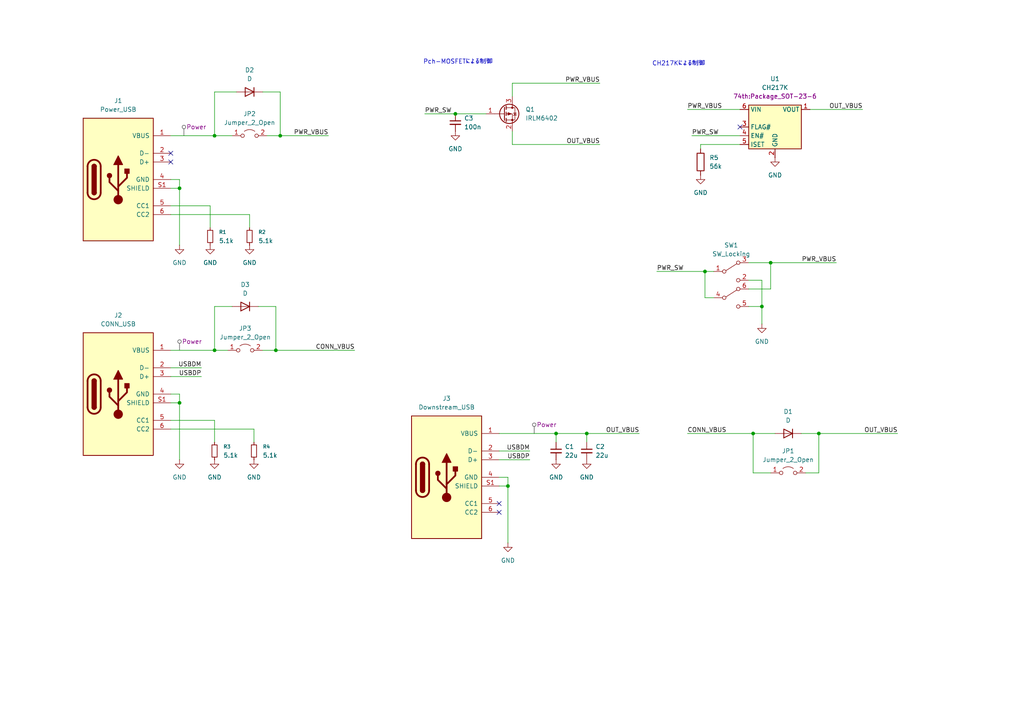
<source format=kicad_sch>
(kicad_sch (version 20250114) (generator "eeschema") (generator_version "9.0")
  (paper "A4")
  (lib_symbols
    (symbol "74th_Interface:Jumper_2" (pin_names (offset 0) (hide yes))
      (property "Reference" "JP" (at 0 2.794 0))
      (property "Value" "Jumper_2_Open" (at 0 -2.286 0))
      (symbol "Jumper_2_0_0"
        (circle (center -2.032 0) (radius 0.508))
        (circle (center 2.032 0) (radius 0.508))
      )
      (symbol "Jumper_2_0_1"
        (arc (start -1.524 1.27) (mid 0 1.778) (end 1.524 1.27))
      )
      (symbol "Jumper_2_1_1"
        (pin passive line (at -5.08 0 0) (length 2.54) (name "A") (number "1"))
        (pin passive line (at 5.08 0 180) (length 2.54) (name "B") (number "2"))
      )
    )
    (symbol "74th_Interface:SW_Locking" (pin_names (offset 0) (hide yes))
      (property "Reference" "SW" (at 0 8.89 0))
      (property "Value" "SW_Locking" (at 0 -8.89 0))
      (symbol "SW_Locking_0_0"
        (circle (center -2.032 3.81) (radius 0.508))
        (circle (center -2.032 -3.81) (radius 0.508))
        (circle (center 2.032 1.27) (radius 0.508))
        (circle (center 2.032 -6.35) (radius 0.508))
      )
      (symbol "SW_Locking_0_1"
        (polyline (pts (xy -1.524 4.064) (xy 1.651 6.096)))
        (polyline (pts (xy -1.524 -3.556) (xy 1.651 -1.524)))
        (circle (center 2.032 6.35) (radius 0.508))
        (circle (center 2.032 -1.27) (radius 0.508))
      )
      (symbol "SW_Locking_1_1"
        (pin passive line (at -5.08 3.81 0) (length 2.54) (name "B") (number "1"))
        (pin passive line (at -5.08 -3.81 0) (length 2.54) (name "E") (number "4"))
        (pin passive line (at 5.08 6.35 180) (length 2.54) (name "A") (number "3"))
        (pin passive line (at 5.08 1.27 180) (length 2.54) (name "C") (number "2"))
        (pin passive line (at 5.08 -1.27 180) (length 2.54) (name "D") (number "6"))
        (pin passive line (at 5.08 -6.35 180) (length 2.54) (name "F") (number "5"))
      )
    )
    (symbol "74th_Interface:USB_TypeC-2.0_Receptacle_Simple" (pin_names (offset 1.016))
      (property "Reference" "J" (at -10.16 19.05 0))
      (property "Value" "USB2.0-C_SMT" (at 15.24 19.05 0))
      (symbol "USB_TypeC-2.0_Receptacle_Simple_0_1"
        (rectangle (start -10.16 17.78) (end 10.16 -17.78) (stroke (width 0.254)) (fill (type background)))
        (polyline (pts (xy -8.89 -3.81) (xy -8.89 3.81)) (stroke (width 0.508)))
        (rectangle (start -7.62 -3.81) (end -6.35 3.81) (stroke (width 0.254)) (fill (type outline)))
        (arc (start -7.62 3.81) (mid -6.985 4.4423) (end -6.35 3.81) (stroke (width 0.254)))
        (arc (start -7.62 3.81) (mid -6.985 4.4423) (end -6.35 3.81) (stroke (width 0.254)) (fill (type outline)))
        (arc (start -8.89 3.81) (mid -6.985 5.7067) (end -5.08 3.81) (stroke (width 0.508)))
        (arc (start -5.08 -3.81) (mid -6.985 -5.7067) (end -8.89 -3.81) (stroke (width 0.508)))
        (arc (start -6.35 -3.81) (mid -6.985 -4.4423) (end -7.62 -3.81) (stroke (width 0.254)))
        (arc (start -6.35 -3.81) (mid -6.985 -4.4423) (end -7.62 -3.81) (stroke (width 0.254)) (fill (type outline)))
        (polyline (pts (xy -5.08 3.81) (xy -5.08 -3.81)) (stroke (width 0.508)))
        (circle (center -2.54 1.143) (radius 0.635) (stroke (width 0.254)) (fill (type outline)))
        (polyline (pts (xy -1.27 4.318) (xy 0 6.858) (xy 1.27 4.318) (xy -1.27 4.318)) (stroke (width 0.254)) (fill (type outline)))
        (polyline (pts (xy 0 -2.032) (xy 2.54 0.508) (xy 2.54 1.778)) (stroke (width 0.508)))
        (polyline (pts (xy 0 -3.302) (xy -2.54 -0.762) (xy -2.54 0.508)) (stroke (width 0.508)))
        (polyline (pts (xy 0 -5.842) (xy 0 4.318)) (stroke (width 0.508)))
        (circle (center 0 -5.842) (radius 1.27) (fill (type outline)))
        (rectangle (start 1.905 1.778) (end 3.175 3.048) (stroke (width 0.254)) (fill (type outline)))
      )
      (symbol "USB_TypeC-2.0_Receptacle_Simple_1_1"
        (pin power_out line (at 15.24 12.7 180) (length 5.08) (name "VBUS") (number "1"))
        (pin bidirectional line (at 15.24 7.62 180) (length 5.08) (name "D-") (number "2"))
        (pin bidirectional line (at 15.24 5.08 180) (length 5.08) (name "D+") (number "3"))
        (pin power_out line (at 15.24 0 180) (length 5.08) (name "GND") (number "4"))
        (pin passive line (at 15.24 -2.54 180) (length 5.08) (name "SHIELD") (number "S1"))
        (pin input line (at 15.24 -7.62 180) (length 5.08) (name "CC1") (number "5"))
        (pin input line (at 15.24 -10.16 180) (length 5.08) (name "CC2") (number "6"))
      )
    )
    (symbol "74th_Passive:CH217K_USB-Power-Limit-Switch"
      (property "Reference" "U" (at -6.35 5.08 0))
      (property "Value" "CH217K" (at 3.81 5.08 0))
      (property "Footprint" "74th:Package_SOT-23-6" (at 17.78 -10.16 0))
      (symbol "CH217K_USB-Power-Limit-Switch_1_1"
        (rectangle (start -7.62 3.81) (end 7.62 -8.89) (stroke (width 0.254)) (fill (type background)))
        (pin power_in line (at -10.16 2.54 0) (length 2.54) (name "VIN") (number "6"))
        (pin input line (at -10.16 -2.54 0) (length 2.54) (name "FLAG#") (number "3"))
        (pin input line (at -10.16 -5.08 0) (length 2.54) (name "EN#") (number "4"))
        (pin input line (at -10.16 -7.62 0) (length 2.54) (name "ISET") (number "5"))
        (pin power_in line (at 0 -11.43 90) (length 2.54) (name "GND") (number "2"))
        (pin power_out line (at 10.16 2.54 180) (length 2.54) (name "VOUT") (number "1"))
      )
    )
    (symbol "74th_Passive:IRLM6402_Pch-MOSFET" (pin_names (hide yes))
      (property "Reference" "Q" (at 5.08 1.905 0))
      (property "Value" "IRLM6402" (at 5.08 0 0))
      (symbol "IRLM6402_Pch-MOSFET_0_1"
        (polyline (pts (xy 0.254 1.905) (xy 0.254 -1.905)) (stroke (width 0.254)))
        (polyline (pts (xy 0.254 0) (xy -2.54 0)))
        (polyline (pts (xy 0.762 2.286) (xy 0.762 1.27)) (stroke (width 0.254)))
        (polyline (pts (xy 0.762 1.778) (xy 3.302 1.778) (xy 3.302 -1.778) (xy 0.762 -1.778)))
        (polyline (pts (xy 0.762 0.508) (xy 0.762 -0.508)) (stroke (width 0.254)))
        (polyline (pts (xy 0.762 -1.27) (xy 0.762 -2.286)) (stroke (width 0.254)))
        (circle (center 1.651 0) (radius 2.794) (stroke (width 0.254)))
        (polyline (pts (xy 2.286 0) (xy 1.27 0.381) (xy 1.27 -0.381) (xy 2.286 0)) (fill (type outline)))
        (polyline (pts (xy 2.54 2.54) (xy 2.54 1.778)))
        (circle (center 2.54 1.778) (radius 0.254) (fill (type outline)))
        (circle (center 2.54 -1.778) (radius 0.254) (fill (type outline)))
        (polyline (pts (xy 2.54 -2.54) (xy 2.54 0) (xy 0.762 0)))
        (polyline (pts (xy 2.794 -0.508) (xy 2.921 -0.381) (xy 3.683 -0.381) (xy 3.81 -0.254)))
        (polyline (pts (xy 3.302 -0.381) (xy 2.921 0.254) (xy 3.683 0.254) (xy 3.302 -0.381)))
      )
      (symbol "IRLM6402_Pch-MOSFET_1_1"
        (pin input line (at -5.08 0 0) (length 2.54) (name "G") (number "1"))
        (pin passive line (at 2.54 5.08 270) (length 2.54) (name "D") (number "3"))
        (pin passive line (at 2.54 -5.08 90) (length 2.54) (name "S") (number "2"))
      )
    )
    (symbol "Device:C_Small" (pin_numbers (hide yes)) (pin_names (offset 0.254) (hide yes))
      (property "Reference" "C" (at 0.254 1.778 0))
      (property "Value" "C_Small" (at 0.254 -2.032 0))
      (symbol "C_Small_0_1"
        (polyline (pts (xy -1.524 0.508) (xy 1.524 0.508)) (stroke (width 0.3048)))
        (polyline (pts (xy -1.524 -0.508) (xy 1.524 -0.508)) (stroke (width 0.3302)))
      )
      (symbol "C_Small_1_1"
        (pin passive line (at 0 2.54 270) (length 2.032) (name "~") (number "1"))
        (pin passive line (at 0 -2.54 90) (length 2.032) (name "~") (number "2"))
      )
    )
    (symbol "Device:D" (pin_numbers (hide yes)) (pin_names (offset 1.016) (hide yes))
      (property "Reference" "D" (at 0 2.54 0))
      (property "Value" "D" (at 0 -2.54 0))
      (symbol "D_0_1"
        (polyline (pts (xy -1.27 1.27) (xy -1.27 -1.27)) (stroke (width 0.254)))
        (polyline (pts (xy 1.27 1.27) (xy 1.27 -1.27) (xy -1.27 0) (xy 1.27 1.27)) (stroke (width 0.254)))
        (polyline (pts (xy 1.27 0) (xy -1.27 0)))
      )
      (symbol "D_1_1"
        (pin passive line (at -3.81 0 0) (length 2.54) (name "K") (number "1"))
        (pin passive line (at 3.81 0 180) (length 2.54) (name "A") (number "2"))
      )
    )
    (symbol "Device:R" (pin_numbers (hide yes)) (pin_names (offset 0))
      (property "Reference" "R" (at 2.032 0 90))
      (property "Value" "R" (at 0 0 90))
      (symbol "R_0_1"
        (rectangle (start -1.016 -2.54) (end 1.016 2.54) (stroke (width 0.254)))
      )
      (symbol "R_1_1"
        (pin passive line (at 0 3.81 270) (length 1.27) (name "~") (number "1"))
        (pin passive line (at 0 -3.81 90) (length 1.27) (name "~") (number "2"))
      )
    )
    (symbol "Device:R_Small" (pin_numbers (hide yes)) (pin_names (offset 0.254) (hide yes))
      (property "Reference" "R" (at 0 0 90))
      (property "Value" "R_Small" (at 1.778 0 90))
      (symbol "R_Small_0_1"
        (rectangle (start -0.762 1.778) (end 0.762 -1.778) (stroke (width 0.2032)))
      )
      (symbol "R_Small_1_1"
        (pin passive line (at 0 2.54 270) (length 0.762) (name "~") (number "1"))
        (pin passive line (at 0 -2.54 90) (length 0.762) (name "~") (number "2"))
      )
    )
    (symbol "power:GND" (power) (pin_numbers (hide yes)) (pin_names (offset 0) (hide yes))
      (property "Value" "GND" (at 0 -3.81 0))
      (symbol "GND_0_1"
        (polyline (pts (xy 0 0) (xy 0 -1.27) (xy 1.27 -1.27) (xy 0 -2.54) (xy -1.27 -1.27) (xy 0 -1.27)))
      )
      (symbol "GND_1_1"
        (pin power_in line (at 0 0 270) (length 0) (name "~") (number "1"))
      )
    )
  )
  (text "CH217Kによる制御" (at 196.85 18.542 0) (effects (font (size 1.27 1.27))))
  (text "Pch-MOSFETによる制御" (at 132.842 18.034 0) (effects (font (size 1.27 1.27))))
  (junction (at 52.07 54.61))
  (junction (at 132.08 33.02))
  (junction (at 204.47 78.74))
  (junction (at 220.98 88.9))
  (junction (at 80.01 101.6))
  (junction (at 223.52 76.2))
  (junction (at 62.23 39.37))
  (junction (at 52.07 116.84))
  (junction (at 218.44 125.73))
  (junction (at 161.29 125.73))
  (junction (at 170.18 125.73))
  (junction (at 147.32 140.97))
  (junction (at 62.23 101.6))
  (junction (at 81.28 39.37))
  (junction (at 237.49 125.73))
  (no_connect (at 49.53 44.45))
  (no_connect (at 214.63 36.83))
  (no_connect (at 144.78 146.05))
  (no_connect (at 49.53 46.99))
  (no_connect (at 144.78 148.59))
  (wire (pts (xy 161.29 125.73) (xy 170.18 125.73)))
  (wire (pts (xy 223.52 76.2) (xy 242.57 76.2)))
  (wire (pts (xy 67.31 88.9) (xy 62.23 88.9)))
  (wire (pts (xy 233.68 137.16) (xy 237.49 137.16)))
  (wire (pts (xy 132.08 33.02) (xy 140.97 33.02)))
  (wire (pts (xy 147.32 140.97) (xy 147.32 138.43)))
  (wire (pts (xy 204.47 86.36) (xy 204.47 78.74)))
  (wire (pts (xy 49.53 121.92) (xy 62.23 121.92)))
  (wire (pts (xy 214.63 41.91) (xy 203.2 41.91)))
  (wire (pts (xy 223.52 137.16) (xy 218.44 137.16)))
  (wire (pts (xy 52.07 52.07) (xy 49.53 52.07)))
  (wire (pts (xy 52.07 116.84) (xy 52.07 114.3)))
  (wire (pts (xy 76.2 101.6) (xy 80.01 101.6)))
  (wire (pts (xy 52.07 54.61) (xy 52.07 52.07)))
  (wire (pts (xy 170.18 125.73) (xy 185.42 125.73)))
  (wire (pts (xy 207.01 86.36) (xy 204.47 86.36)))
  (wire (pts (xy 123.19 33.02) (xy 132.08 33.02)))
  (wire (pts (xy 80.01 101.6) (xy 102.87 101.6)))
  (wire (pts (xy 232.41 125.73) (xy 237.49 125.73)))
  (wire (pts (xy 217.17 88.9) (xy 220.98 88.9)))
  (wire (pts (xy 220.98 88.9) (xy 220.98 93.98)))
  (wire (pts (xy 148.59 24.13) (xy 148.59 27.94)))
  (wire (pts (xy 148.59 41.91) (xy 148.59 38.1)))
  (wire (pts (xy 62.23 88.9) (xy 62.23 101.6)))
  (wire (pts (xy 200.66 39.37) (xy 214.63 39.37)))
  (wire (pts (xy 147.32 157.48) (xy 147.32 140.97)))
  (wire (pts (xy 62.23 39.37) (xy 67.31 39.37)))
  (wire (pts (xy 74.93 88.9) (xy 80.01 88.9)))
  (wire (pts (xy 144.78 125.73) (xy 161.29 125.73)))
  (wire (pts (xy 218.44 125.73) (xy 199.39 125.73)))
  (wire (pts (xy 217.17 81.28) (xy 220.98 81.28)))
  (wire (pts (xy 199.39 31.75) (xy 214.63 31.75)))
  (wire (pts (xy 237.49 137.16) (xy 237.49 125.73)))
  (wire (pts (xy 49.53 116.84) (xy 52.07 116.84)))
  (wire (pts (xy 52.07 71.12) (xy 52.07 54.61)))
  (wire (pts (xy 52.07 114.3) (xy 49.53 114.3)))
  (wire (pts (xy 73.66 124.46) (xy 73.66 128.27)))
  (wire (pts (xy 207.01 78.74) (xy 204.47 78.74)))
  (wire (pts (xy 161.29 125.73) (xy 161.29 128.27)))
  (wire (pts (xy 148.59 41.91) (xy 173.99 41.91)))
  (wire (pts (xy 224.79 125.73) (xy 218.44 125.73)))
  (wire (pts (xy 81.28 39.37) (xy 95.25 39.37)))
  (wire (pts (xy 49.53 109.22) (xy 58.42 109.22)))
  (wire (pts (xy 81.28 26.67) (xy 81.28 39.37)))
  (wire (pts (xy 203.2 41.91) (xy 203.2 43.18)))
  (wire (pts (xy 237.49 125.73) (xy 260.35 125.73)))
  (wire (pts (xy 144.78 130.81) (xy 153.67 130.81)))
  (wire (pts (xy 49.53 54.61) (xy 52.07 54.61)))
  (wire (pts (xy 62.23 121.92) (xy 62.23 128.27)))
  (wire (pts (xy 220.98 81.28) (xy 220.98 88.9)))
  (wire (pts (xy 49.53 106.68) (xy 58.42 106.68)))
  (wire (pts (xy 52.07 133.35) (xy 52.07 116.84)))
  (wire (pts (xy 170.18 125.73) (xy 170.18 128.27)))
  (wire (pts (xy 217.17 76.2) (xy 223.52 76.2)))
  (wire (pts (xy 68.58 26.67) (xy 62.23 26.67)))
  (wire (pts (xy 148.59 24.13) (xy 173.99 24.13)))
  (wire (pts (xy 62.23 39.37) (xy 49.53 39.37)))
  (wire (pts (xy 190.5 78.74) (xy 204.47 78.74)))
  (wire (pts (xy 147.32 138.43) (xy 144.78 138.43)))
  (wire (pts (xy 234.95 31.75) (xy 250.19 31.75)))
  (wire (pts (xy 80.01 88.9) (xy 80.01 101.6)))
  (wire (pts (xy 49.53 124.46) (xy 73.66 124.46)))
  (wire (pts (xy 49.53 59.69) (xy 60.96 59.69)))
  (wire (pts (xy 217.17 83.82) (xy 223.52 83.82)))
  (wire (pts (xy 144.78 140.97) (xy 147.32 140.97)))
  (wire (pts (xy 144.78 133.35) (xy 153.67 133.35)))
  (wire (pts (xy 62.23 26.67) (xy 62.23 39.37)))
  (wire (pts (xy 49.53 101.6) (xy 62.23 101.6)))
  (wire (pts (xy 62.23 101.6) (xy 66.04 101.6)))
  (wire (pts (xy 60.96 59.69) (xy 60.96 66.04)))
  (wire (pts (xy 223.52 83.82) (xy 223.52 76.2)))
  (wire (pts (xy 76.2 26.67) (xy 81.28 26.67)))
  (wire (pts (xy 77.47 39.37) (xy 81.28 39.37)))
  (wire (pts (xy 72.39 62.23) (xy 72.39 66.04)))
  (wire (pts (xy 49.53 62.23) (xy 72.39 62.23)))
  (wire (pts (xy 218.44 137.16) (xy 218.44 125.73)))
  (label "OUT_VBUS" (at 185.42 125.73 180))
  (label "PWR_VBUS" (at 199.39 31.75 0))
  (label "PWR_VBUS" (at 173.99 24.13 180))
  (label "CONN_VBUS" (at 199.39 125.73 0))
  (label "OUT_VBUS" (at 260.35 125.73 180))
  (label "USBDM" (at 58.42 106.68 180))
  (label "OUT_VBUS" (at 173.99 41.91 180))
  (label "PWR_SW" (at 190.5 78.74 0))
  (label "PWR_SW" (at 123.19 33.02 0))
  (label "USBDP" (at 153.67 133.35 180))
  (label "CONN_VBUS" (at 102.87 101.6 180))
  (label "USBDM" (at 153.67 130.81 180))
  (label "USBDP" (at 58.42 109.22 180))
  (label "PWR_VBUS" (at 242.57 76.2 180))
  (label "OUT_VBUS" (at 250.19 31.75 180))
  (label "PWR_VBUS" (at 95.25 39.37 180))
  (label "PWR_SW" (at 200.66 39.37 0))
  (netclass_flag "" (length 2.54) (shape round) (at 154.94 125.73 0) (property "Netclass" "Power" (at 155.6385 123.19 0) (effects (justify left))))
  (netclass_flag "" (length 2.54) (shape round) (at 53.34 39.37 0) (property "Netclass" "Power" (at 54.0385 36.83 0) (effects (justify left))))
  (netclass_flag "" (length 2.54) (shape round) (at 52.07 101.6 0) (property "Netclass" "Power" (at 52.7685 99.06 0) (effects (justify left))))
  (symbol (lib_id "power:GND") (at 224.79 45.72 0) (unit 1)
    (property "Reference" "#PWR012" (effects (hide yes)))
    (property "Value" "GND" (at 224.79 50.8 0))
    (property "Description" "Power symbol creates a global label with name \"GND\" , ground" (effects (hide yes)))
  )
  (symbol (lib_id "Device:C_Small") (at 170.18 130.81 0) (unit 1)
    (property "Reference" "C2" (at 172.72 129.5462 0) (effects (justify left)))
    (property "Value" "22u" (at 172.72 132.0862 0) (effects (justify left)))
    (property "Footprint" "74th:Capacitor_0805_2012" (effects (hide yes)))
    (property "Description" "Unpolarized capacitor, small symbol" (effects (hide yes)))
  )
  (symbol (lib_id "Device:C_Small") (at 132.08 35.56 0) (unit 1)
    (property "Reference" "C3" (at 134.62 34.2962 0) (effects (justify left)))
    (property "Value" "100n" (at 134.62 36.8362 0) (effects (justify left)))
    (property "Footprint" "74th:Register_0603_1608" (effects (hide yes)))
    (property "Description" "Unpolarized capacitor, small symbol" (effects (hide yes)))
  )
  (symbol (lib_id "power:GND") (at 72.39 71.12 0) (unit 1)
    (property "Reference" "#PWR02" (effects (hide yes)))
    (property "Value" "GND" (at 72.39 76.2 0))
    (property "Description" "Power symbol creates a global label with name \"GND\" , ground" (effects (hide yes)))
  )
  (symbol (lib_id "power:GND") (at 161.29 133.35 0) (unit 1)
    (property "Reference" "#PWR08" (effects (hide yes)))
    (property "Value" "GND" (at 161.29 138.43 0))
    (property "Description" "Power symbol creates a global label with name \"GND\" , ground" (effects (hide yes)))
  )
  (symbol (lib_id "power:GND") (at 73.66 133.35 0) (unit 1)
    (property "Reference" "#PWR04" (effects (hide yes)))
    (property "Value" "GND" (at 73.66 138.43 0))
    (property "Description" "Power symbol creates a global label with name \"GND\" , ground" (effects (hide yes)))
  )
  (symbol (lib_id "74th_Passive:IRLM6402_Pch-MOSFET") (at 146.05 33.02 0) (unit 1)
    (property "Reference" "Q1" (at 152.4 31.7499 0) (effects (justify left)))
    (property "Value" "IRLM6402" (at 152.4 34.2899 0) (effects (justify left)))
    (property "Footprint" "74th:Package_SOT-23" (effects (hide yes)))
  )
  (symbol (lib_id "Device:R_Small") (at 73.66 130.81 0) (unit 1)
    (property "Reference" "R4" (at 76.2 129.5399 0) (effects (font (size 1.016 1.016)) (justify left)))
    (property "Value" "5.1k" (at 76.2 132.0799 0) (effects (justify left)))
    (property "Footprint" "74th:Register_0603_1608" (effects (hide yes)))
    (property "Description" "Resistor, small symbol" (effects (hide yes)))
  )
  (symbol (lib_id "Device:R_Small") (at 62.23 130.81 0) (unit 1)
    (property "Reference" "R3" (at 64.77 129.5399 0) (effects (font (size 1.016 1.016)) (justify left)))
    (property "Value" "5.1k" (at 64.77 132.0799 0) (effects (justify left)))
    (property "Footprint" "74th:Register_0603_1608" (effects (hide yes)))
    (property "Description" "Resistor, small symbol" (effects (hide yes)))
  )
  (symbol (lib_id "power:GND") (at 220.98 93.98 0) (unit 1)
    (property "Reference" "#PWR010" (effects (hide yes)))
    (property "Value" "GND" (at 220.98 99.06 0))
    (property "Description" "Power symbol creates a global label with name \"GND\" , ground" (effects (hide yes)))
  )
  (symbol (lib_id "Device:D") (at 228.6 125.73 180) (unit 1)
    (property "Reference" "D1" (at 228.6 119.38 0))
    (property "Value" "D" (at 228.6 121.92 0))
    (property "Footprint" "Diode_SMD:D_SOD-128" (effects (hide yes)))
    (property "Description" "Diode" (effects (hide yes)))
    (property "Sim.Device" "D" (effects (hide yes)))
    (property "Sim.Pins" "1=K 2=A" (effects (hide yes)))
  )
  (symbol (lib_id "power:GND") (at 52.07 71.12 0) (unit 1)
    (property "Reference" "#PWR05" (effects (hide yes)))
    (property "Value" "GND" (at 52.07 76.2 0))
    (property "Description" "Power symbol creates a global label with name \"GND\" , ground" (effects (hide yes)))
  )
  (symbol (lib_id "Device:R_Small") (at 72.39 68.58 0) (unit 1)
    (property "Reference" "R2" (at 74.93 67.3099 0) (effects (font (size 1.016 1.016)) (justify left)))
    (property "Value" "5.1k" (at 74.93 69.8499 0) (effects (justify left)))
    (property "Footprint" "74th:Register_0603_1608" (effects (hide yes)))
    (property "Description" "Resistor, small symbol" (effects (hide yes)))
  )
  (symbol (lib_id "Device:R_Small") (at 60.96 68.58 0) (unit 1)
    (property "Reference" "R1" (at 63.5 67.3099 0) (effects (font (size 1.016 1.016)) (justify left)))
    (property "Value" "5.1k" (at 63.5 69.8499 0) (effects (justify left)))
    (property "Footprint" "74th:Register_0603_1608" (effects (hide yes)))
    (property "Description" "Resistor, small symbol" (effects (hide yes)))
  )
  (symbol (lib_id "74th_Passive:CH217K_USB-Power-Limit-Switch") (at 224.79 34.29 0) (unit 1)
    (property "Reference" "U1" (at 224.79 22.86 0))
    (property "Value" "CH217K" (at 224.79 25.4 0))
    (property "Footprint" "74th:Package_SOT-23-6" (at 224.79 27.94 0))
  )
  (symbol (lib_id "power:GND") (at 203.2 50.8 0) (unit 1)
    (property "Reference" "#PWR013" (effects (hide yes)))
    (property "Value" "GND" (at 203.2 55.88 0))
    (property "Description" "Power symbol creates a global label with name \"GND\" , ground" (effects (hide yes)))
  )
  (symbol (lib_id "74th_Interface:Jumper_2") (at 228.6 137.16 0) (unit 1)
    (property "Reference" "JP1" (at 228.6 130.81 0))
    (property "Value" "Jumper_2_Open" (at 228.6 133.35 0))
    (property "Footprint" "74th:SolderJumper-2" (effects (hide yes)))
    (property "Description" "Jumper, 2-pole, open" (effects (hide yes)))
  )
  (symbol (lib_id "power:GND") (at 132.08 38.1 0) (unit 1)
    (property "Reference" "#PWR011" (effects (hide yes)))
    (property "Value" "GND" (at 132.08 43.18 0))
    (property "Description" "Power symbol creates a global label with name \"GND\" , ground" (effects (hide yes)))
  )
  (symbol (lib_id "74th_Interface:Jumper_2") (at 72.39 39.37 0) (unit 1)
    (property "Reference" "JP2" (at 72.39 33.02 0))
    (property "Value" "Jumper_2_Open" (at 72.39 35.56 0))
    (property "Footprint" "74th:SolderJumper-2" (effects (hide yes)))
    (property "Description" "Jumper, 2-pole, open" (effects (hide yes)))
  )
  (symbol (lib_id "power:GND") (at 52.07 133.35 0) (unit 1)
    (property "Reference" "#PWR06" (effects (hide yes)))
    (property "Value" "GND" (at 52.07 138.43 0))
    (property "Description" "Power symbol creates a global label with name \"GND\" , ground" (effects (hide yes)))
  )
  (symbol (lib_id "74th_Interface:Jumper_2") (at 71.12 101.6 0) (unit 1)
    (property "Reference" "JP3" (at 71.12 95.25 0))
    (property "Value" "Jumper_2_Open" (at 71.12 97.79 0))
    (property "Footprint" "74th:SolderJumper-2" (effects (hide yes)))
    (property "Description" "Jumper, 2-pole, open" (effects (hide yes)))
  )
  (symbol (lib_id "power:GND") (at 62.23 133.35 0) (unit 1)
    (property "Reference" "#PWR03" (effects (hide yes)))
    (property "Value" "GND" (at 62.23 138.43 0))
    (property "Description" "Power symbol creates a global label with name \"GND\" , ground" (effects (hide yes)))
  )
  (symbol (lib_id "Device:D") (at 71.12 88.9 180) (unit 1)
    (property "Reference" "D3" (at 71.12 82.55 0))
    (property "Value" "D" (at 71.12 85.09 0))
    (property "Footprint" "Diode_SMD:D_SOD-128" (effects (hide yes)))
    (property "Description" "Diode" (effects (hide yes)))
    (property "Sim.Device" "D" (effects (hide yes)))
    (property "Sim.Pins" "1=K 2=A" (effects (hide yes)))
  )
  (symbol (lib_id "power:GND") (at 147.32 157.48 0) (unit 1)
    (property "Reference" "#PWR07" (effects (hide yes)))
    (property "Value" "GND" (at 147.32 162.56 0))
    (property "Description" "Power symbol creates a global label with name \"GND\" , ground" (effects (hide yes)))
  )
  (symbol (lib_id "Device:R") (at 203.2 46.99 0) (unit 1)
    (property "Reference" "R5" (at 205.74 45.7199 0) (effects (justify left)))
    (property "Value" "56k" (at 205.74 48.2599 0) (effects (justify left)))
    (property "Footprint" "74th:Register_0603_1608" (effects (hide yes)))
    (property "Description" "Resistor" (effects (hide yes)))
  )
  (symbol (lib_id "74th_Interface:USB_TypeC-2.0_Receptacle_Simple") (at 129.54 138.43 0) (unit 1)
    (property "Reference" "J3" (at 129.54 115.57 0))
    (property "Value" "Downstream_USB" (at 129.54 118.11 0))
    (property "Footprint" "74th:Connector_USB-C-Receptacle_SMT_12-Pin_Simple" (effects (hide yes)))
    (property "Datasheet" "https://www.usb.org/sites/default/files/documents/usb_type-c.zip" (effects (hide yes)))
    (property "Description" "USB 2.0-only Type-C Plug connector" (effects (hide yes)))
  )
  (symbol (lib_id "Device:C_Small") (at 161.29 130.81 0) (unit 1)
    (property "Reference" "C1" (at 163.83 129.5462 0) (effects (justify left)))
    (property "Value" "22u" (at 163.83 132.0862 0) (effects (justify left)))
    (property "Footprint" "74th:Capacitor_0805_2012" (effects (hide yes)))
    (property "Description" "Unpolarized capacitor, small symbol" (effects (hide yes)))
  )
  (symbol (lib_id "power:GND") (at 60.96 71.12 0) (unit 1)
    (property "Reference" "#PWR01" (effects (hide yes)))
    (property "Value" "GND" (at 60.96 76.2 0))
    (property "Description" "Power symbol creates a global label with name \"GND\" , ground" (effects (hide yes)))
  )
  (symbol (lib_id "Device:D") (at 72.39 26.67 180) (unit 1)
    (property "Reference" "D2" (at 72.39 20.32 0))
    (property "Value" "D" (at 72.39 22.86 0))
    (property "Footprint" "Diode_SMD:D_SOD-128" (effects (hide yes)))
    (property "Description" "Diode" (effects (hide yes)))
    (property "Sim.Device" "D" (effects (hide yes)))
    (property "Sim.Pins" "1=K 2=A" (effects (hide yes)))
  )
  (symbol (lib_id "74th_Interface:USB_TypeC-2.0_Receptacle_Simple") (at 34.29 114.3 0) (unit 1)
    (property "Reference" "J2" (at 34.29 91.44 0))
    (property "Value" "CONN_USB" (at 34.29 93.98 0))
    (property "Footprint" "74th:Connector_USB-C-Receptacle_SMT_12-Pin_Simple" (effects (hide yes)))
    (property "Datasheet" "https://www.usb.org/sites/default/files/documents/usb_type-c.zip" (effects (hide yes)))
    (property "Description" "USB 2.0-only Type-C Plug connector" (effects (hide yes)))
  )
  (symbol (lib_id "74th_Interface:USB_TypeC-2.0_Receptacle_Simple") (at 34.29 52.07 0) (unit 1)
    (property "Reference" "J1" (at 34.29 29.21 0))
    (property "Value" "Power_USB" (at 34.29 31.75 0))
    (property "Footprint" "74th:Connector_USB-C-Receptacle_SMT_12-Pin_Simple" (effects (hide yes)))
    (property "Datasheet" "https://www.usb.org/sites/default/files/documents/usb_type-c.zip" (effects (hide yes)))
    (property "Description" "USB 2.0-only Type-C Plug connector" (effects (hide yes)))
  )
  (symbol (lib_id "power:GND") (at 170.18 133.35 0) (unit 1)
    (property "Reference" "#PWR09" (effects (hide yes)))
    (property "Value" "GND" (at 170.18 138.43 0))
    (property "Description" "Power symbol creates a global label with name \"GND\" , ground" (effects (hide yes)))
  )
  (symbol (lib_id "74th_Interface:SW_Locking") (at 212.09 82.55 0) (unit 1)
    (property "Reference" "SW1" (at 212.09 71.12 0))
    (property "Value" "SW_Locking" (at 212.09 73.66 0))
    (property "Footprint" "74th:Switch_Locking_Button_8x8mm" (effects (hide yes)))
  )
)
</source>
